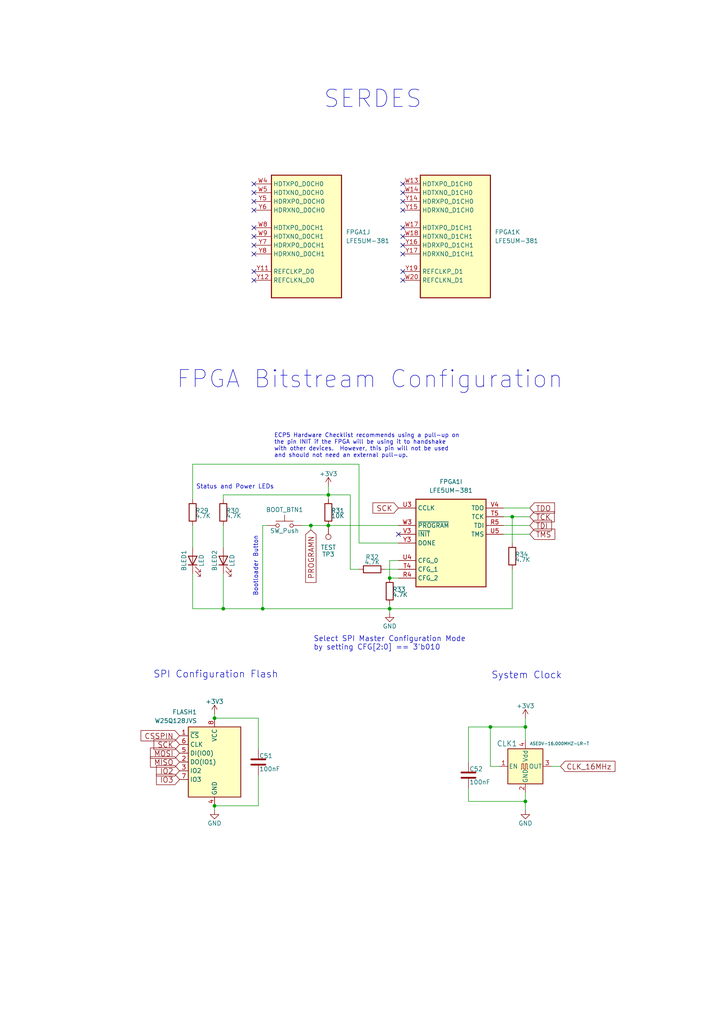
<source format=kicad_sch>
(kicad_sch (version 20231120) (generator "eeschema") (generator_version "8.0")
  (paper "A4" portrait)
  (lib_symbols
    (symbol "Connector:TestPoint" (pin_numbers hide) (pin_names (offset 0.762) hide)
      (property "Reference" "TP" (at 0 6.858 0))
      (property "Value" "TestPoint" (at 0 5.08 0))
      (symbol "TestPoint_0_1"
        (circle (center 0 3.302) (radius 0.762))
      )
      (symbol "TestPoint_1_1"
        (pin passive line (at 0 0 90) (length 2.54) (name "1") (number "1"))
      )
    )
    (symbol "Device:C" (pin_numbers hide) (pin_names (offset 0.254))
      (property "Reference" "C" (at 0.635 2.54 0))
      (property "Value" "C" (at 0.635 -2.54 0))
      (symbol "C_0_1"
        (polyline (pts (xy -2.032 -0.762) (xy 2.032 -0.762)) (stroke (width 0.508)))
        (polyline (pts (xy -2.032 0.762) (xy 2.032 0.762)) (stroke (width 0.508)))
      )
      (symbol "C_1_1"
        (pin passive line (at 0 3.81 270) (length 2.794) (name "~") (number "1"))
        (pin passive line (at 0 -3.81 90) (length 2.794) (name "~") (number "2"))
      )
    )
    (symbol "Device:LED" (pin_numbers hide) (pin_names (offset 1.016) hide)
      (property "Reference" "D" (at 0 2.54 0))
      (property "Value" "LED" (at 0 -2.54 0))
      (symbol "LED_0_1"
        (polyline (pts (xy -1.27 -1.27) (xy -1.27 1.27)) (stroke (width 0.254)))
        (polyline (pts (xy -1.27 0) (xy 1.27 0)))
        (polyline (pts (xy 1.27 -1.27) (xy 1.27 1.27) (xy -1.27 0) (xy 1.27 -1.27)) (stroke (width 0.254)))
        (polyline (pts (xy -3.048 -0.762) (xy -4.572 -2.286) (xy -3.81 -2.286) (xy -4.572 -2.286) (xy -4.572 -1.524)))
        (polyline (pts (xy -1.778 -0.762) (xy -3.302 -2.286) (xy -2.54 -2.286) (xy -3.302 -2.286) (xy -3.302 -1.524)))
      )
      (symbol "LED_1_1"
        (pin passive line (at -3.81 0 0) (length 2.54) (name "K") (number "1"))
        (pin passive line (at 3.81 0 180) (length 2.54) (name "A") (number "2"))
      )
    )
    (symbol "Device:R" (pin_numbers hide) (pin_names (offset 0))
      (property "Reference" "R" (at 2.032 0 90))
      (property "Value" "R" (at 0 0 90))
      (symbol "R_0_1"
        (rectangle (start -1.016 -2.54) (end 1.016 2.54) (stroke (width 0.254)))
      )
      (symbol "R_1_1"
        (pin passive line (at 0 3.81 270) (length 1.27) (name "~") (number "1"))
        (pin passive line (at 0 -3.81 90) (length 1.27) (name "~") (number "2"))
      )
    )
    (symbol "FPGA_Lattice:LFE5UM-85F-6BG381x"
      (property "Reference" "U" (at 24.13 16.51 0))
      (property "Value" "LFE5UM-85F-6BG381x" (at 24.13 13.97 0))
      (symbol "LFE5UM-85F-6BG381x_1_1"
        (rectangle (start -25.4 10.16) (end 25.4 -10.16) (stroke (width 0.3048)) (fill (type background)))
        (pin passive line (at 0 -15.24 90) (length 5.08) hide (name "GND") (number "B14"))
        (pin passive line (at 0 -15.24 90) (length 5.08) hide (name "GND") (number "B7"))
        (pin power_in line (at 0 -15.24 90) (length 5.08) (name "GND") (number "C19"))
        (pin passive line (at 0 -15.24 90) (length 5.08) hide (name "GND") (number "D4"))
        (pin passive line (at 0 -15.24 90) (length 5.08) hide (name "GND") (number "F13"))
        (pin passive line (at 0 -15.24 90) (length 5.08) hide (name "GND") (number "F14"))
        (pin passive line (at 12.7 15.24 270) (length 5.08) hide (name "VCCAUX") (number "F15"))
        (pin passive line (at 12.7 15.24 270) (length 5.08) hide (name "VCCAUX") (number "F6"))
        (pin passive line (at 0 -15.24 90) (length 5.08) hide (name "GND") (number "F7"))
        (pin passive line (at 0 -15.24 90) (length 5.08) hide (name "GND") (number "F8"))
        (pin passive line (at 0 -15.24 90) (length 5.08) hide (name "GND") (number "G10"))
        (pin passive line (at 0 -15.24 90) (length 5.08) hide (name "GND") (number "G11"))
        (pin passive line (at 0 -15.24 90) (length 5.08) hide (name "GND") (number "G12"))
        (pin passive line (at 0 -15.24 90) (length 5.08) hide (name "GND") (number "G13"))
        (pin passive line (at 0 -15.24 90) (length 5.08) hide (name "GND") (number "G14"))
        (pin passive line (at 0 -15.24 90) (length 5.08) hide (name "GND") (number "G15"))
        (pin passive line (at 0 -15.24 90) (length 5.08) hide (name "GND") (number "G17"))
        (pin passive line (at 0 -15.24 90) (length 5.08) hide (name "GND") (number "G4"))
        (pin passive line (at 0 -15.24 90) (length 5.08) hide (name "GND") (number "G6"))
        (pin passive line (at 0 -15.24 90) (length 5.08) hide (name "GND") (number "G7"))
        (pin passive line (at 0 -15.24 90) (length 5.08) hide (name "GND") (number "G8"))
        (pin passive line (at 0 -15.24 90) (length 5.08) hide (name "GND") (number "G9"))
        (pin passive line (at 0 15.24 270) (length 5.08) hide (name "VCC") (number "H10"))
        (pin passive line (at 0 15.24 270) (length 5.08) hide (name "VCC") (number "H11"))
        (pin passive line (at 0 15.24 270) (length 5.08) hide (name "VCC") (number "H12"))
        (pin power_in line (at 0 15.24 270) (length 5.08) (name "VCC") (number "H13"))
        (pin passive line (at 0 -15.24 90) (length 5.08) hide (name "GND") (number "H19"))
        (pin passive line (at 0 15.24 270) (length 5.08) hide (name "VCC") (number "H8"))
        (pin passive line (at 0 15.24 270) (length 5.08) hide (name "VCC") (number "H9"))
        (pin passive line (at 0 -15.24 90) (length 5.08) hide (name "GND") (number "J10"))
        (pin passive line (at 0 -15.24 90) (length 5.08) hide (name "GND") (number "J11"))
        (pin passive line (at 0 -15.24 90) (length 5.08) hide (name "GND") (number "J12"))
        (pin passive line (at 0 15.24 270) (length 5.08) hide (name "VCC") (number "J13"))
        (pin passive line (at 0 -15.24 90) (length 5.08) hide (name "GND") (number "J14"))
        (pin passive line (at 0 -15.24 90) (length 5.08) hide (name "GND") (number "J2"))
        (pin passive line (at 0 -15.24 90) (length 5.08) hide (name "GND") (number "J7"))
        (pin passive line (at 0 15.24 270) (length 5.08) hide (name "VCC") (number "J8"))
        (pin passive line (at 0 -15.24 90) (length 5.08) hide (name "GND") (number "J9"))
        (pin passive line (at 0 -15.24 90) (length 5.08) hide (name "GND") (number "K10"))
        (pin passive line (at 0 -15.24 90) (length 5.08) hide (name "GND") (number "K11"))
        (pin passive line (at 0 -15.24 90) (length 5.08) hide (name "GND") (number "K12"))
        (pin passive line (at 0 15.24 270) (length 5.08) hide (name "VCC") (number "K13"))
        (pin passive line (at 0 -15.24 90) (length 5.08) hide (name "GND") (number "K14"))
        (pin passive line (at 0 -15.24 90) (length 5.08) hide (name "GND") (number "K15"))
        (pin passive line (at 0 -15.24 90) (length 5.08) hide (name "GND") (number "K6"))
        (pin passive line (at 0 -15.24 90) (length 5.08) hide (name "GND") (number "K7"))
        (pin passive line (at 0 15.24 270) (length 5.08) hide (name "VCC") (number "K8"))
        (pin passive line (at 0 -15.24 90) (length 5.08) hide (name "GND") (number "K9"))
        (pin passive line (at 0 -15.24 90) (length 5.08) hide (name "GND") (number "L10"))
        (pin passive line (at 0 -15.24 90) (length 5.08) hide (name "GND") (number "L11"))
        (pin passive line (at 0 -15.24 90) (length 5.08) hide (name "GND") (number "L12"))
        (pin passive line (at 0 15.24 270) (length 5.08) hide (name "VCC") (number "L13"))
        (pin passive line (at 0 15.24 270) (length 5.08) hide (name "VCC") (number "L8"))
        (pin passive line (at 0 -15.24 90) (length 5.08) hide (name "GND") (number "L9"))
        (pin passive line (at 0 -15.24 90) (length 5.08) hide (name "GND") (number "M10"))
        (pin passive line (at 0 -15.24 90) (length 5.08) hide (name "GND") (number "M11"))
        (pin passive line (at 0 -15.24 90) (length 5.08) hide (name "GND") (number "M12"))
        (pin passive line (at 0 15.24 270) (length 5.08) hide (name "VCC") (number "M13"))
        (pin passive line (at 0 -15.24 90) (length 5.08) hide (name "GND") (number "M14"))
        (pin passive line (at 0 -15.24 90) (length 5.08) hide (name "GND") (number "M16"))
        (pin passive line (at 0 -15.24 90) (length 5.08) hide (name "GND") (number "M2"))
        (pin passive line (at 0 -15.24 90) (length 5.08) hide (name "GND") (number "M7"))
        (pin passive line (at 0 15.24 270) (length 5.08) hide (name "VCC") (number "M8"))
        (pin passive line (at 0 -15.24 90) (length 5.08) hide (name "GND") (number "M9"))
        (pin passive line (at 0 15.24 270) (length 5.08) hide (name "VCC") (number "N10"))
        (pin passive line (at 0 15.24 270) (length 5.08) hide (name "VCC") (number "N11"))
        (pin passive line (at 0 15.24 270) (length 5.08) hide (name "VCC") (number "N12"))
        (pin passive line (at 0 15.24 270) (length 5.08) hide (name "VCC") (number "N13"))
        (pin passive line (at 0 -15.24 90) (length 5.08) hide (name "GND") (number "N14"))
        (pin passive line (at 0 -15.24 90) (length 5.08) hide (name "GND") (number "N15"))
        (pin passive line (at 0 -15.24 90) (length 5.08) hide (name "GND") (number "N6"))
        (pin passive line (at 0 -15.24 90) (length 5.08) hide (name "GND") (number "N7"))
        (pin passive line (at 0 15.24 270) (length 5.08) hide (name "VCC") (number "N8"))
        (pin passive line (at 0 15.24 270) (length 5.08) hide (name "VCC") (number "N9"))
        (pin passive line (at 0 -15.24 90) (length 5.08) hide (name "GND") (number "P11"))
        (pin passive line (at 0 -15.24 90) (length 5.08) hide (name "GND") (number "P12"))
        (pin passive line (at 0 -15.24 90) (length 5.08) hide (name "GND") (number "P13"))
        (pin passive line (at 0 -15.24 90) (length 5.08) hide (name "GND") (number "P14"))
        (pin power_in line (at 12.7 15.24 270) (length 5.08) (name "VCCAUX") (number "P15"))
        (pin passive line (at 12.7 15.24 270) (length 5.08) hide (name "VCCAUX") (number "P6"))
        (pin passive line (at 0 -15.24 90) (length 5.08) hide (name "GND") (number "P7"))
        (pin passive line (at 0 -15.24 90) (length 5.08) hide (name "GND") (number "P8"))
        (pin passive line (at 0 -15.24 90) (length 5.08) hide (name "GND") (number "R19"))
        (pin power_in line (at -15.24 15.24 270) (length 5.08) (name "VCCHTX1_D0CH1") (number "T10"))
        (pin power_in line (at -12.7 15.24 270) (length 5.08) (name "VCCHTX0_D1CH0") (number "T11"))
        (pin power_in line (at -10.16 15.24 270) (length 5.08) (name "VCCHRX0_D1CH0") (number "T12"))
        (pin power_in line (at -7.62 15.24 270) (length 5.08) (name "VCCHRX1_D1CH1") (number "T13"))
        (pin power_in line (at -5.08 15.24 270) (length 5.08) (name "VCCHTX1_D1CH1") (number "T14"))
        (pin power_in line (at 20.32 15.24 270) (length 5.08) (name "VCCA1") (number "T15"))
        (pin power_in line (at 17.78 15.24 270) (length 5.08) (name "VCCA0") (number "T6"))
        (pin power_in line (at -22.86 15.24 270) (length 5.08) (name "VCCHTX0_D0CH0") (number "T7"))
        (pin power_in line (at -20.32 15.24 270) (length 5.08) (name "VCCHRX0_D0CH0") (number "T8"))
        (pin power_in line (at -17.78 15.24 270) (length 5.08) (name "VCCHRX1_D0CH1") (number "T9"))
        (pin passive line (at 0 -15.24 90) (length 5.08) hide (name "GND") (number "U10"))
        (pin passive line (at 0 -15.24 90) (length 5.08) hide (name "GND") (number "U11"))
        (pin passive line (at 0 -15.24 90) (length 5.08) hide (name "GND") (number "U12"))
        (pin passive line (at 0 -15.24 90) (length 5.08) hide (name "GND") (number "U13"))
        (pin passive line (at 0 -15.24 90) (length 5.08) hide (name "GND") (number "U14"))
        (pin passive line (at 20.32 15.24 270) (length 5.08) hide (name "VCCA1") (number "U15"))
        (pin passive line (at 17.78 15.24 270) (length 5.08) hide (name "VCCA0") (number "U6"))
        (pin passive line (at 0 -15.24 90) (length 5.08) hide (name "GND") (number "U7"))
        (pin passive line (at 0 -15.24 90) (length 5.08) hide (name "GND") (number "U8"))
        (pin passive line (at 0 -15.24 90) (length 5.08) hide (name "GND") (number "U9"))
        (pin passive line (at 5.08 15.24 270) (length 5.08) hide (name "VCCAUXA0") (number "V10"))
        (pin power_in line (at 5.08 15.24 270) (length 5.08) (name "VCCAUXA0") (number "V11"))
        (pin passive line (at 0 -15.24 90) (length 5.08) hide (name "GND") (number "V12"))
        (pin passive line (at 0 -15.24 90) (length 5.08) hide (name "GND") (number "V13"))
        (pin passive line (at 0 -15.24 90) (length 5.08) hide (name "GND") (number "V14"))
        (pin passive line (at 0 -15.24 90) (length 5.08) hide (name "GND") (number "V15"))
        (pin passive line (at 0 -15.24 90) (length 5.08) hide (name "GND") (number "V16"))
        (pin passive line (at 7.62 15.24 270) (length 5.08) hide (name "VCCAUXA1") (number "V17"))
        (pin power_in line (at 7.62 15.24 270) (length 5.08) (name "VCCAUXA1") (number "V18"))
        (pin passive line (at 0 -15.24 90) (length 5.08) hide (name "GND") (number "V19"))
        (pin passive line (at 0 -15.24 90) (length 5.08) hide (name "GND") (number "V20"))
        (pin passive line (at 0 -15.24 90) (length 5.08) hide (name "GND") (number "V5"))
        (pin passive line (at 0 -15.24 90) (length 5.08) hide (name "GND") (number "V6"))
        (pin passive line (at 0 -15.24 90) (length 5.08) hide (name "GND") (number "V7"))
        (pin passive line (at 0 -15.24 90) (length 5.08) hide (name "GND") (number "V8"))
        (pin passive line (at 0 -15.24 90) (length 5.08) hide (name "GND") (number "V9"))
        (pin passive line (at 0 -15.24 90) (length 5.08) hide (name "GND") (number "W12"))
        (pin passive line (at 0 -15.24 90) (length 5.08) hide (name "GND") (number "W15"))
        (pin passive line (at 0 -15.24 90) (length 5.08) hide (name "GND") (number "W16"))
        (pin passive line (at 0 -15.24 90) (length 5.08) hide (name "GND") (number "W19"))
        (pin passive line (at 0 -15.24 90) (length 5.08) hide (name "GND") (number "W6"))
        (pin passive line (at 0 -15.24 90) (length 5.08) hide (name "GND") (number "W7"))
      )
      (symbol "LFE5UM-85F-6BG381x_2_1"
        (rectangle (start -5.08 40.64) (end 5.08 -40.64) (stroke (width 0.3048)) (fill (type background)))
        (pin bidirectional line (at -10.16 -27.94 0) (length 5.08) (name "PT63A") (number "A10"))
        (pin bidirectional line (at -10.16 -30.48 0) (length 5.08) (name "PT63B") (number "A11"))
        (pin bidirectional line (at -10.16 30.48 0) (length 5.08) (name "PT4A") (number "A6"))
        (pin bidirectional line (at -10.16 0 0) (length 5.08) (name "PT18A") (number "A7"))
        (pin bidirectional line (at -10.16 -2.54 0) (length 5.08) (name "PT18B") (number "A8"))
        (pin bidirectional line (at -10.16 -22.86 0) (length 5.08) (name "PT60A") (number "A9"))
        (pin bidirectional line (at -10.16 -25.4 0) (length 5.08) (name "PT60B") (number "B10"))
        (pin bidirectional line (at -10.16 -33.02 0) (length 5.08) (name "PT65A") (number "B11"))
        (pin bidirectional line (at -10.16 27.94 0) (length 5.08) (name "PT4B") (number "B6"))
        (pin bidirectional line (at -10.16 2.54 0) (length 5.08) (name "PT15B") (number "B8"))
        (pin bidirectional line (at -10.16 -17.78 0) (length 5.08) (name "PT58A") (number "B9"))
        (pin bidirectional line (at -10.16 -20.32 0) (length 5.08) (name "PT58B") (number "C10"))
        (pin bidirectional line (at -10.16 -35.56 0) (length 5.08) (name "PT65B") (number "C11"))
        (pin bidirectional line (at -10.16 15.24 0) (length 5.08) (name "PT11A") (number "C6"))
        (pin bidirectional line (at -10.16 12.7 0) (length 5.08) (name "PT11B") (number "C7"))
        (pin bidirectional line (at -10.16 5.08 0) (length 5.08) (name "PT15A") (number "C8"))
        (pin bidirectional line (at -10.16 -10.16 0) (length 5.08) (name "PT54A") (number "C9"))
        (pin bidirectional line (at -10.16 -12.7 0) (length 5.08) (name "PT56A") (number "D10"))
        (pin bidirectional line (at -10.16 22.86 0) (length 5.08) (name "PT6B") (number "D6"))
        (pin bidirectional line (at -10.16 17.78 0) (length 5.08) (name "PT9B") (number "D7"))
        (pin bidirectional line (at -10.16 7.62 0) (length 5.08) (name "PT13B") (number "D8"))
        (pin bidirectional line (at -10.16 -5.08 0) (length 5.08) (name "PT20A") (number "D9"))
        (pin bidirectional line (at -10.16 -15.24 0) (length 5.08) (name "PT56B") (number "E10"))
        (pin bidirectional line (at -10.16 25.4 0) (length 5.08) (name "PT6A") (number "E6"))
        (pin bidirectional line (at -10.16 20.32 0) (length 5.08) (name "PT9A") (number "E7"))
        (pin bidirectional line (at -10.16 10.16 0) (length 5.08) (name "PT13A") (number "E8"))
        (pin bidirectional line (at -10.16 -7.62 0) (length 5.08) (name "PT20B") (number "E9"))
        (pin power_in line (at 0 45.72 270) (length 5.08) (name "VCCIO0") (number "F10"))
        (pin passive line (at 0 45.72 270) (length 5.08) hide (name "VCCIO0") (number "F9"))
      )
      (symbol "LFE5UM-85F-6BG381x_3_1"
        (rectangle (start -5.08 48.26) (end 5.08 -48.26) (stroke (width 0.3048)) (fill (type background)))
        (pin bidirectional line (at -10.16 22.86 0) (length 5.08) (name "PT76A") (number "A12"))
        (pin bidirectional line (at -10.16 20.32 0) (length 5.08) (name "PT76B") (number "A13"))
        (pin bidirectional line (at -10.16 7.62 0) (length 5.08) (name "PT83A") (number "A14"))
        (pin bidirectional line (at -10.16 -2.54 0) (length 5.08) (name "PT103A") (number "A15"))
        (pin bidirectional line (at -10.16 -15.24 0) (length 5.08) (name "PT110A") (number "A16"))
        (pin bidirectional line (at -10.16 -30.48 0) (length 5.08) (name "PT116A") (number "A17"))
        (pin bidirectional line (at -10.16 -35.56 0) (length 5.08) (name "PT119A") (number "A18"))
        (pin bidirectional line (at -10.16 -40.64 0) (length 5.08) (name "PT121A") (number "A19"))
        (pin bidirectional line (at -10.16 33.02 0) (length 5.08) (name "PT71A") (number "B12"))
        (pin bidirectional line (at -10.16 17.78 0) (length 5.08) (name "PT78A") (number "B13"))
        (pin bidirectional line (at -10.16 -5.08 0) (length 5.08) (name "PT105A") (number "B15"))
        (pin bidirectional line (at -10.16 -17.78 0) (length 5.08) (name "PT110B") (number "B16"))
        (pin bidirectional line (at -10.16 -25.4 0) (length 5.08) (name "PT114A") (number "B17"))
        (pin bidirectional line (at -10.16 -33.02 0) (length 5.08) (name "PT116B") (number "B18"))
        (pin bidirectional line (at -10.16 -38.1 0) (length 5.08) (name "PT119B") (number "B19"))
        (pin bidirectional line (at -10.16 -43.18 0) (length 5.08) (name "PT121B") (number "B20"))
        (pin bidirectional line (at -10.16 30.48 0) (length 5.08) (name "PT71B") (number "C12"))
        (pin bidirectional line (at -10.16 15.24 0) (length 5.08) (name "PT78B") (number "C13"))
        (pin bidirectional line (at -10.16 5.08 0) (length 5.08) (name "PT83B") (number "C14"))
        (pin bidirectional line (at -10.16 -7.62 0) (length 5.08) (name "PT105B") (number "C15"))
        (pin bidirectional line (at -10.16 -20.32 0) (length 5.08) (name "PT112A") (number "C16"))
        (pin bidirectional line (at -10.16 -27.94 0) (length 5.08) (name "PT114B") (number "C17"))
        (pin bidirectional line (at -10.16 38.1 0) (length 5.08) (name "PT69A") (number "D11"))
        (pin bidirectional line (at -10.16 27.94 0) (length 5.08) (name "PT74A") (number "D12"))
        (pin bidirectional line (at -10.16 12.7 0) (length 5.08) (name "PT80A") (number "D13"))
        (pin bidirectional line (at -10.16 2.54 0) (length 5.08) (name "PT85A") (number "D14"))
        (pin bidirectional line (at -10.16 -10.16 0) (length 5.08) (name "PT107A") (number "D15"))
        (pin bidirectional line (at -10.16 -22.86 0) (length 5.08) (name "PT112B") (number "D16"))
        (pin bidirectional line (at -10.16 35.56 0) (length 5.08) (name "PT69B") (number "E11"))
        (pin bidirectional line (at -10.16 25.4 0) (length 5.08) (name "PT74B") (number "E12"))
        (pin bidirectional line (at -10.16 10.16 0) (length 5.08) (name "PT80B") (number "E13"))
        (pin bidirectional line (at -10.16 0 0) (length 5.08) (name "PT85B") (number "E14"))
        (pin bidirectional line (at -10.16 -12.7 0) (length 5.08) (name "PT107B") (number "E15"))
        (pin passive line (at 0 53.34 270) (length 5.08) hide (name "VCCIO1") (number "F11"))
        (pin power_in line (at 0 53.34 270) (length 5.08) (name "VCCIO1") (number "F12"))
      )
      (symbol "LFE5UM-85F-6BG381x_4_1"
        (rectangle (start -5.08 48.26) (end 5.08 -48.26) (stroke (width 0.3048)) (fill (type background)))
        (pin bidirectional line (at -10.16 38.1 0) (length 5.08) (name "PR11A") (number "C18"))
        (pin bidirectional line (at -10.16 -7.62 0) (length 5.08) (name "PR35A") (number "C20"))
        (pin bidirectional line (at -10.16 35.56 0) (length 5.08) (name "PR11B") (number "D17"))
        (pin bidirectional line (at -10.16 27.94 0) (length 5.08) (name "PR14A") (number "D18"))
        (pin bidirectional line (at -10.16 -10.16 0) (length 5.08) (name "PR35B") (number "D19"))
        (pin bidirectional line (at -10.16 -12.7 0) (length 5.08) (name "PR35C") (number "D20"))
        (pin bidirectional line (at -10.16 33.02 0) (length 5.08) (name "PR11C") (number "E16"))
        (pin bidirectional line (at -10.16 25.4 0) (length 5.08) (name "PR14B") (number "E17"))
        (pin bidirectional line (at -10.16 22.86 0) (length 5.08) (name "PR14C") (number "E18"))
        (pin bidirectional line (at -10.16 -15.24 0) (length 5.08) (name "PR35D") (number "E19"))
        (pin bidirectional line (at -10.16 -17.78 0) (length 5.08) (name "PR38A") (number "E20"))
        (pin bidirectional line (at -10.16 30.48 0) (length 5.08) (name "PR11D") (number "F16"))
        (pin bidirectional line (at -10.16 17.78 0) (length 5.08) (name "PR17A") (number "F17"))
        (pin bidirectional line (at -10.16 20.32 0) (length 5.08) (name "PR14D") (number "F18"))
        (pin bidirectional line (at -10.16 -20.32 0) (length 5.08) (name "PR38B") (number "F19"))
        (pin bidirectional line (at -10.16 -22.86 0) (length 5.08) (name "PR38C") (number "F20"))
        (pin bidirectional line (at -10.16 12.7 0) (length 5.08) (name "PR17C") (number "G16"))
        (pin bidirectional line (at -10.16 15.24 0) (length 5.08) (name "PR17B") (number "G18"))
        (pin bidirectional line (at -10.16 -27.94 0) (length 5.08) (name "PR41A") (number "G19"))
        (pin bidirectional line (at -10.16 -25.4 0) (length 5.08) (name "PR38D") (number "G20"))
        (pin passive line (at 0 53.34 270) (length 5.08) hide (name "VCCIO2") (number "H14"))
        (pin power_in line (at 0 53.34 270) (length 5.08) (name "VCCIO2") (number "H15"))
        (pin bidirectional line (at -10.16 10.16 0) (length 5.08) (name "PR17D") (number "H16"))
        (pin bidirectional line (at -10.16 5.08 0) (length 5.08) (name "PR20B") (number "H17"))
        (pin bidirectional line (at -10.16 7.62 0) (length 5.08) (name "PR20A") (number "H18"))
        (pin bidirectional line (at -10.16 -30.48 0) (length 5.08) (name "PR41B") (number "H20"))
        (pin passive line (at 0 53.34 270) (length 5.08) hide (name "VCCIO2") (number "J15"))
        (pin bidirectional line (at -10.16 0 0) (length 5.08) (name "PR20D") (number "J16"))
        (pin bidirectional line (at -10.16 2.54 0) (length 5.08) (name "PR20C") (number "J17"))
        (pin bidirectional line (at -10.16 -33.02 0) (length 5.08) (name "PR41C") (number "J18"))
        (pin bidirectional line (at -10.16 -38.1 0) (length 5.08) (name "PR44A") (number "J19"))
        (pin bidirectional line (at -10.16 -43.18 0) (length 5.08) (name "PR44C") (number "J20"))
        (pin bidirectional line (at -10.16 -2.54 0) (length 5.08) (name "PR29A") (number "K16"))
        (pin bidirectional line (at -10.16 -5.08 0) (length 5.08) (name "PR29B") (number "K17"))
        (pin bidirectional line (at -10.16 -35.56 0) (length 5.08) (name "PR41D") (number "K18"))
        (pin bidirectional line (at -10.16 -40.64 0) (length 5.08) (name "PR44B") (number "K19"))
        (pin bidirectional line (at -10.16 -45.72 0) (length 5.08) (name "PR44D") (number "K20"))
      )
      (symbol "LFE5UM-85F-6BG381x_5_1"
        (rectangle (start -5.08 48.26) (end 5.08 -48.26) (stroke (width 0.3048)) (fill (type background)))
        (pin passive line (at 0 53.34 270) (length 5.08) hide (name "VCCIO3") (number "L14"))
        (pin power_in line (at 0 53.34 270) (length 5.08) (name "VCCIO3") (number "L15"))
        (pin bidirectional line (at -10.16 27.94 0) (length 5.08) (name "PR50A") (number "L16"))
        (pin bidirectional line (at -10.16 25.4 0) (length 5.08) (name "PR50B") (number "L17"))
        (pin bidirectional line (at -10.16 22.86 0) (length 5.08) (name "PR50C") (number "L18"))
        (pin bidirectional line (at -10.16 33.02 0) (length 5.08) (name "PR47C") (number "L19"))
        (pin bidirectional line (at -10.16 38.1 0) (length 5.08) (name "PR47A") (number "L20"))
        (pin passive line (at 0 53.34 270) (length 5.08) hide (name "VCCIO3") (number "M15"))
        (pin bidirectional line (at -10.16 15.24 0) (length 5.08) (name "PR53B") (number "M17"))
        (pin bidirectional line (at -10.16 20.32 0) (length 5.08) (name "PR50D") (number "M18"))
        (pin bidirectional line (at -10.16 30.48 0) (length 5.08) (name "PR47D") (number "M19"))
        (pin bidirectional line (at -10.16 35.56 0) (length 5.08) (name "PR47B") (number "M20"))
        (pin bidirectional line (at -10.16 17.78 0) (length 5.08) (name "PR53A") (number "N16"))
        (pin bidirectional line (at -10.16 7.62 0) (length 5.08) (name "PR56A") (number "N17"))
        (pin bidirectional line (at -10.16 12.7 0) (length 5.08) (name "PR53C") (number "N18"))
        (pin bidirectional line (at -10.16 -5.08 0) (length 5.08) (name "PR83A") (number "N19"))
        (pin bidirectional line (at -10.16 -7.62 0) (length 5.08) (name "PR83B") (number "N20"))
        (pin bidirectional line (at -10.16 5.08 0) (length 5.08) (name "PR56B") (number "P16"))
        (pin bidirectional line (at -10.16 10.16 0) (length 5.08) (name "PR53D") (number "P17"))
        (pin bidirectional line (at -10.16 -12.7 0) (length 5.08) (name "PR83D") (number "P18"))
        (pin bidirectional line (at -10.16 -10.16 0) (length 5.08) (name "PR83C") (number "P19"))
        (pin bidirectional line (at -10.16 -15.24 0) (length 5.08) (name "PR86A") (number "P20"))
        (pin bidirectional line (at -10.16 2.54 0) (length 5.08) (name "PR56C") (number "R16"))
        (pin bidirectional line (at -10.16 0 0) (length 5.08) (name "PR56D") (number "R17"))
        (pin bidirectional line (at -10.16 -27.94 0) (length 5.08) (name "PR89B") (number "R18"))
        (pin bidirectional line (at -10.16 -17.78 0) (length 5.08) (name "PR86B") (number "R20"))
        (pin bidirectional line (at -10.16 -2.54 0) (length 5.08) (name "PR77A") (number "T16"))
        (pin bidirectional line (at -10.16 -43.18 0) (length 5.08) (name "PR92D") (number "T17"))
        (pin bidirectional line (at -10.16 -33.02 0) (length 5.08) (name "PR89D") (number "T18"))
        (pin bidirectional line (at -10.16 -25.4 0) (length 5.08) (name "PR89A") (number "T19"))
        (pin bidirectional line (at -10.16 -20.32 0) (length 5.08) (name "PR86C") (number "T20"))
        (pin bidirectional line (at -10.16 -40.64 0) (length 5.08) (name "PR92C") (number "U16"))
        (pin bidirectional line (at -10.16 -38.1 0) (length 5.08) (name "PR92B") (number "U17"))
        (pin bidirectional line (at -10.16 -35.56 0) (length 5.08) (name "PR92A") (number "U18"))
        (pin bidirectional line (at -10.16 -30.48 0) (length 5.08) (name "PR89C") (number "U19"))
        (pin bidirectional line (at -10.16 -22.86 0) (length 5.08) (name "PR86D") (number "U20"))
      )
      (symbol "LFE5UM-85F-6BG381x_6_1"
        (rectangle (start -5.08 48.26) (end 5.08 -48.26) (stroke (width 0.3048)) (fill (type background)))
        (pin bidirectional line (at -10.16 35.56 0) (length 5.08) (name "PL47B") (number "F1"))
        (pin bidirectional line (at -10.16 30.48 0) (length 5.08) (name "PL47D") (number "G1"))
        (pin bidirectional line (at -10.16 38.1 0) (length 5.08) (name "PL47A") (number "G2"))
        (pin bidirectional line (at -10.16 12.7 0) (length 5.08) (name "PL53C") (number "H1"))
        (pin bidirectional line (at -10.16 33.02 0) (length 5.08) (name "PL47C") (number "H2"))
        (pin bidirectional line (at -10.16 15.24 0) (length 5.08) (name "PL53B") (number "J1"))
        (pin bidirectional line (at -10.16 22.86 0) (length 5.08) (name "PL50C") (number "J3"))
        (pin bidirectional line (at -10.16 27.94 0) (length 5.08) (name "PL50A") (number "J4"))
        (pin bidirectional line (at -10.16 25.4 0) (length 5.08) (name "PL50B") (number "J5"))
        (pin bidirectional line (at -10.16 10.16 0) (length 5.08) (name "PL53D") (number "K1"))
        (pin bidirectional line (at -10.16 17.78 0) (length 5.08) (name "PL53A") (number "K2"))
        (pin bidirectional line (at -10.16 20.32 0) (length 5.08) (name "PL50D") (number "K3"))
        (pin bidirectional line (at -10.16 7.62 0) (length 5.08) (name "PL56A") (number "K4"))
        (pin bidirectional line (at -10.16 5.08 0) (length 5.08) (name "PL56B") (number "K5"))
        (pin bidirectional line (at -10.16 -30.48 0) (length 5.08) (name "PL89C") (number "L1"))
        (pin bidirectional line (at -10.16 -22.86 0) (length 5.08) (name "PL86D") (number "L2"))
        (pin bidirectional line (at -10.16 -20.32 0) (length 5.08) (name "PL86C") (number "L3"))
        (pin bidirectional line (at -10.16 2.54 0) (length 5.08) (name "PL56C") (number "L4"))
        (pin bidirectional line (at -10.16 0 0) (length 5.08) (name "PL56D") (number "L5"))
        (pin passive line (at 0 53.34 270) (length 5.08) hide (name "VCCIO6") (number "L6"))
        (pin power_in line (at 0 53.34 270) (length 5.08) (name "VCCIO6") (number "L7"))
        (pin bidirectional line (at -10.16 -27.94 0) (length 5.08) (name "PL89B") (number "M1"))
        (pin bidirectional line (at -10.16 -17.78 0) (length 5.08) (name "PL86B") (number "M3"))
        (pin bidirectional line (at -10.16 -5.08 0) (length 5.08) (name "PL83A") (number "M4"))
        (pin bidirectional line (at -10.16 -2.54 0) (length 5.08) (name "PL77A") (number "M5"))
        (pin passive line (at 0 53.34 270) (length 5.08) hide (name "VCCIO6") (number "M6"))
        (pin bidirectional line (at -10.16 -33.02 0) (length 5.08) (name "PL89D") (number "N1"))
        (pin bidirectional line (at -10.16 -25.4 0) (length 5.08) (name "PL89A") (number "N2"))
        (pin bidirectional line (at -10.16 -15.24 0) (length 5.08) (name "PL86A") (number "N3"))
        (pin bidirectional line (at -10.16 -10.16 0) (length 5.08) (name "PL83C") (number "N4"))
        (pin bidirectional line (at -10.16 -7.62 0) (length 5.08) (name "PL83B") (number "N5"))
        (pin bidirectional line (at -10.16 -35.56 0) (length 5.08) (name "PL92A") (number "P1"))
        (pin bidirectional line (at -10.16 -38.1 0) (length 5.08) (name "PL92B") (number "P2"))
        (pin bidirectional line (at -10.16 -40.64 0) (length 5.08) (name "PL92C") (number "P3"))
        (pin bidirectional line (at -10.16 -43.18 0) (length 5.08) (name "PL92D") (number "P4"))
        (pin bidirectional line (at -10.16 -12.7 0) (length 5.08) (name "PL83D") (number "P5"))
      )
      (symbol "LFE5UM-85F-6BG381x_7_1"
        (rectangle (start -5.08 45.72) (end 5.08 -45.72) (stroke (width 0.3048)) (fill (type background)))
        (pin bidirectional line (at -10.16 -5.08 0) (length 5.08) (name "PL35A") (number "A2"))
        (pin bidirectional line (at -10.16 20.32 0) (length 5.08) (name "PL14C") (number "A3"))
        (pin bidirectional line (at -10.16 35.56 0) (length 5.08) (name "PL11A") (number "A4"))
        (pin bidirectional line (at -10.16 33.02 0) (length 5.08) (name "PL11B") (number "A5"))
        (pin bidirectional line (at -10.16 -7.62 0) (length 5.08) (name "PL35B") (number "B1"))
        (pin bidirectional line (at -10.16 -10.16 0) (length 5.08) (name "PL35C") (number "B2"))
        (pin bidirectional line (at -10.16 17.78 0) (length 5.08) (name "PL14D") (number "B3"))
        (pin bidirectional line (at -10.16 22.86 0) (length 5.08) (name "PL14B") (number "B4"))
        (pin bidirectional line (at -10.16 30.48 0) (length 5.08) (name "PL11C") (number "B5"))
        (pin bidirectional line (at -10.16 -15.24 0) (length 5.08) (name "PL38A") (number "C1"))
        (pin bidirectional line (at -10.16 -12.7 0) (length 5.08) (name "PL35D") (number "C2"))
        (pin bidirectional line (at -10.16 10.16 0) (length 5.08) (name "PL17C") (number "C3"))
        (pin bidirectional line (at -10.16 25.4 0) (length 5.08) (name "PL14A") (number "C4"))
        (pin bidirectional line (at -10.16 27.94 0) (length 5.08) (name "PL11D") (number "C5"))
        (pin bidirectional line (at -10.16 -17.78 0) (length 5.08) (name "PL38B") (number "D1"))
        (pin bidirectional line (at -10.16 -20.32 0) (length 5.08) (name "PL38C") (number "D2"))
        (pin bidirectional line (at -10.16 7.62 0) (length 5.08) (name "PL17D") (number "D3"))
        (pin bidirectional line (at -10.16 12.7 0) (length 5.08) (name "PL17B") (number "D5"))
        (pin bidirectional line (at -10.16 -22.86 0) (length 5.08) (name "PL38D") (number "E1"))
        (pin bidirectional line (at -10.16 -43.18 0) (length 5.08) (name "PL44D") (number "E2"))
        (pin bidirectional line (at -10.16 2.54 0) (length 5.08) (name "PL20B") (number "E3"))
        (pin bidirectional line (at -10.16 15.24 0) (length 5.08) (name "PL17A") (number "E4"))
        (pin bidirectional line (at -10.16 0 0) (length 5.08) (name "PL20C") (number "E5"))
        (pin bidirectional line (at -10.16 -40.64 0) (length 5.08) (name "PL44C") (number "F2"))
        (pin bidirectional line (at -10.16 -38.1 0) (length 5.08) (name "PL44B") (number "F3"))
        (pin bidirectional line (at -10.16 5.08 0) (length 5.08) (name "PL20A") (number "F4"))
        (pin bidirectional line (at -10.16 -2.54 0) (length 5.08) (name "PL20D") (number "F5"))
        (pin bidirectional line (at -10.16 -35.56 0) (length 5.08) (name "PL44A") (number "G3"))
        (pin bidirectional line (at -10.16 -27.94 0) (length 5.08) (name "PL41B") (number "G5"))
        (pin bidirectional line (at -10.16 -33.02 0) (length 5.08) (name "PL41D") (number "H3"))
        (pin bidirectional line (at -10.16 -25.4 0) (length 5.08) (name "PL41A") (number "H4"))
        (pin bidirectional line (at -10.16 -30.48 0) (length 5.08) (name "PL41C") (number "H5"))
        (pin passive line (at 0 50.8 270) (length 5.08) hide (name "VCCIO7") (number "H6"))
        (pin power_in line (at 0 50.8 270) (length 5.08) (name "VCCIO7") (number "H7"))
        (pin passive line (at 0 50.8 270) (length 5.08) hide (name "VCCIO7") (number "J6"))
      )
      (symbol "LFE5UM-85F-6BG381x_8_1"
        (rectangle (start -5.08 22.86) (end 5.08 -22.86) (stroke (width 0.3048)) (fill (type background)))
        (pin power_in line (at 0 27.94 270) (length 5.08) (name "VCCIO8") (number "P10"))
        (pin passive line (at 0 27.94 270) (length 5.08) hide (name "VCCIO8") (number "P9"))
        (pin bidirectional line (at -10.16 12.7 0) (length 5.08) (name "PB4A") (number "R1"))
        (pin bidirectional line (at -10.16 -12.7 0) (length 5.08) (name "PB15A") (number "R2"))
        (pin bidirectional line (at -10.16 -15.24 0) (length 5.08) (name "PB15B") (number "R3"))
        (pin bidirectional line (at -10.16 10.16 0) (length 5.08) (name "PB4B") (number "T1"))
        (pin bidirectional line (at -10.16 -7.62 0) (length 5.08) (name "PB13A") (number "T2"))
        (pin bidirectional line (at -10.16 -17.78 0) (length 5.08) (name "PB18A") (number "T3"))
        (pin bidirectional line (at -10.16 7.62 0) (length 5.08) (name "PB6A") (number "U1"))
        (pin bidirectional line (at -10.16 -10.16 0) (length 5.08) (name "PB13B") (number "U2"))
        (pin bidirectional line (at -10.16 5.08 0) (length 5.08) (name "PB6B") (number "V1"))
        (pin bidirectional line (at -10.16 -2.54 0) (length 5.08) (name "PB11A") (number "V2"))
        (pin bidirectional line (at -10.16 2.54 0) (length 5.08) (name "PB9A") (number "W1"))
        (pin bidirectional line (at -10.16 -5.08 0) (length 5.08) (name "PB11B") (number "W2"))
        (pin bidirectional line (at -10.16 0 0) (length 5.08) (name "PB9B") (number "Y2"))
      )
      (symbol "LFE5UM-85F-6BG381x_9_1"
        (rectangle (start -10.16 12.7) (end 10.16 -12.7) (stroke (width 0.3048)) (fill (type background)))
        (pin input line (at -15.24 -10.16 0) (length 5.08) (name "CFG_2") (number "R4"))
        (pin input line (at 15.24 5.08 180) (length 5.08) (name "TDI") (number "R5"))
        (pin input line (at -15.24 -7.62 0) (length 5.08) (name "CFG_1") (number "T4"))
        (pin input line (at 15.24 7.62 180) (length 5.08) (name "TCK") (number "T5"))
        (pin bidirectional line (at -15.24 10.16 0) (length 5.08) (name "CCLK") (number "U3"))
        (pin input line (at -15.24 -5.08 0) (length 5.08) (name "CFG_0") (number "U4"))
        (pin input line (at 15.24 2.54 180) (length 5.08) (name "TMS") (number "U5"))
        (pin open_collector line (at -15.24 2.54 0) (length 5.08) (name "~{INIT}") (number "V3"))
        (pin output line (at 15.24 10.16 180) (length 5.08) (name "TDO") (number "V4"))
        (pin no_connect line (at 10.16 -2.54 180) (length 5.08) hide (name "RESERVED") (number "W10"))
        (pin no_connect line (at 10.16 -5.08 180) (length 5.08) hide (name "RESERVED") (number "W11"))
        (pin input line (at -15.24 5.08 0) (length 5.08) (name "~{PROGRAM}") (number "W3"))
        (pin open_collector line (at -15.24 0 0) (length 5.08) (name "DONE") (number "Y3"))
      )
      (symbol "LFE5UM-85F-6BG381x_10_1"
        (rectangle (start -10.16 17.78) (end 10.16 -17.78) (stroke (width 0.3048)) (fill (type background)))
        (pin output line (at -15.24 15.24 0) (length 5.08) (name "HDTXP0_D0CH0") (number "W4"))
        (pin output line (at -15.24 12.7 0) (length 5.08) (name "HDTXN0_D0CH0") (number "W5"))
        (pin output line (at -15.24 2.54 0) (length 5.08) (name "HDTXP0_D0CH1") (number "W8"))
        (pin output line (at -15.24 0 0) (length 5.08) (name "HDTXN0_D0CH1") (number "W9"))
        (pin input line (at -15.24 -10.16 0) (length 5.08) (name "REFCLKP_D0") (number "Y11"))
        (pin input line (at -15.24 -12.7 0) (length 5.08) (name "REFCLKN_D0") (number "Y12"))
        (pin input line (at -15.24 10.16 0) (length 5.08) (name "HDRXP0_D0CH0") (number "Y5"))
        (pin input line (at -15.24 7.62 0) (length 5.08) (name "HDRXN0_D0CH0") (number "Y6"))
        (pin input line (at -15.24 -2.54 0) (length 5.08) (name "HDRXP0_D0CH1") (number "Y7"))
        (pin input line (at -15.24 -5.08 0) (length 5.08) (name "HDRXN0_D0CH1") (number "Y8"))
      )
      (symbol "LFE5UM-85F-6BG381x_11_1"
        (rectangle (start -10.16 17.78) (end 10.16 -17.78) (stroke (width 0.3048)) (fill (type background)))
        (pin output line (at -15.24 15.24 0) (length 5.08) (name "HDTXP0_D1CH0") (number "W13"))
        (pin output line (at -15.24 12.7 0) (length 5.08) (name "HDTXN0_D1CH0") (number "W14"))
        (pin output line (at -15.24 2.54 0) (length 5.08) (name "HDTXP0_D1CH1") (number "W17"))
        (pin output line (at -15.24 0 0) (length 5.08) (name "HDTXN0_D1CH1") (number "W18"))
        (pin input line (at -15.24 -12.7 0) (length 5.08) (name "REFCLKN_D1") (number "W20"))
        (pin input line (at -15.24 10.16 0) (length 5.08) (name "HDRXP0_D1CH0") (number "Y14"))
        (pin input line (at -15.24 7.62 0) (length 5.08) (name "HDRXN0_D1CH0") (number "Y15"))
        (pin input line (at -15.24 -2.54 0) (length 5.08) (name "HDRXP0_D1CH1") (number "Y16"))
        (pin input line (at -15.24 -5.08 0) (length 5.08) (name "HDRXN0_D1CH1") (number "Y17"))
        (pin input line (at -15.24 -10.16 0) (length 5.08) (name "REFCLKP_D1") (number "Y19"))
      )
    )
    (symbol "Memory_Flash:W25Q128JVS"
      (property "Reference" "U" (at -8.89 8.89 0))
      (property "Value" "W25Q128JVS" (at 7.62 8.89 0))
      (symbol "W25Q128JVS_0_1"
        (rectangle (start -7.62 10.16) (end 7.62 -10.16) (stroke (width 0.254)) (fill (type background)))
      )
      (symbol "W25Q128JVS_1_1"
        (pin input line (at -10.16 7.62 0) (length 2.54) (name "~{CS}") (number "1"))
        (pin bidirectional line (at -10.16 0 0) (length 2.54) (name "DO(IO1)") (number "2"))
        (pin bidirectional line (at -10.16 -2.54 0) (length 2.54) (name "IO2") (number "3"))
        (pin power_in line (at 0 -12.7 90) (length 2.54) (name "GND") (number "4"))
        (pin bidirectional line (at -10.16 2.54 0) (length 2.54) (name "DI(IO0)") (number "5"))
        (pin input line (at -10.16 5.08 0) (length 2.54) (name "CLK") (number "6"))
        (pin bidirectional line (at -10.16 -5.08 0) (length 2.54) (name "IO3") (number "7"))
        (pin power_in line (at 0 12.7 270) (length 2.54) (name "VCC") (number "8"))
      )
    )
    (symbol "Oscillator:ASE-xxxMHz" (pin_names (offset 0.254))
      (property "Reference" "X" (at -5.08 6.35 0))
      (property "Value" "ASE-xxxMHz" (at 1.27 -6.35 0))
      (symbol "ASE-xxxMHz_0_1"
        (rectangle (start -5.08 5.08) (end 5.08 -5.08) (stroke (width 0.254)) (fill (type background)))
        (polyline (pts (xy -1.27 -0.762) (xy -1.016 -0.762) (xy -1.016 0.762) (xy -0.508 0.762) (xy -0.508 -0.762) (xy 0 -0.762) (xy 0 0.762) (xy 0.508 0.762) (xy 0.508 -0.762) (xy 0.762 -0.762)))
      )
      (symbol "ASE-xxxMHz_1_1"
        (pin input line (at -7.62 0 0) (length 2.54) (name "EN") (number "1"))
        (pin power_in line (at 0 -7.62 90) (length 2.54) (name "GND") (number "2"))
        (pin output line (at 7.62 0 180) (length 2.54) (name "OUT") (number "3"))
        (pin power_in line (at 0 7.62 270) (length 2.54) (name "Vdd") (number "4"))
      )
    )
    (symbol "Switch:SW_Push" (pin_numbers hide) (pin_names (offset 1.016) hide)
      (property "Reference" "SW" (at 1.27 2.54 0))
      (property "Value" "SW_Push" (at 0 -1.524 0))
      (symbol "SW_Push_0_1"
        (circle (center -2.032 0) (radius 0.508))
        (polyline (pts (xy 0 1.27) (xy 0 3.048)))
        (polyline (pts (xy 2.54 1.27) (xy -2.54 1.27)))
        (circle (center 2.032 0) (radius 0.508))
        (pin passive line (at -5.08 0 0) (length 2.54) (name "1") (number "1"))
        (pin passive line (at 5.08 0 180) (length 2.54) (name "2") (number "2"))
      )
    )
    (symbol "power:+3V3" (power) (pin_numbers hide) (pin_names (offset 0) hide)
      (property "Value" "+3V3" (at 0 3.556 0))
      (symbol "+3V3_0_1"
        (polyline (pts (xy -0.762 1.27) (xy 0 2.54)))
        (polyline (pts (xy 0 0) (xy 0 2.54)))
        (polyline (pts (xy 0 2.54) (xy 0.762 1.27)))
      )
      (symbol "+3V3_1_1"
        (pin power_in line (at 0 0 90) (length 0) (name "~") (number "1"))
      )
    )
    (symbol "power:GND" (power) (pin_numbers hide) (pin_names (offset 0) hide)
      (property "Value" "GND" (at 0 -3.81 0))
      (symbol "GND_0_1"
        (polyline (pts (xy 0 0) (xy 0 -1.27) (xy 1.27 -1.27) (xy 0 -2.54) (xy -1.27 -1.27) (xy 0 -1.27)))
      )
      (symbol "GND_1_1"
        (pin power_in line (at 0 0 270) (length 0) (name "~") (number "1"))
      )
    )
  )
  (junction (at 95.25 143.51))
  (junction (at 152.4 210.82))
  (junction (at 142.24 210.82))
  (junction (at 90.17 152.4))
  (junction (at 62.23 208.28))
  (junction (at 113.03 176.53))
  (junction (at 113.03 167.64))
  (junction (at 64.77 176.53))
  (junction (at 152.4 232.41))
  (junction (at 62.23 233.68))
  (junction (at 148.59 149.86))
  (junction (at 76.2 176.53))
  (junction (at 95.25 152.4))
  (no_connect (at 73.66 55.88))
  (no_connect (at 73.66 60.96))
  (no_connect (at 116.84 53.34))
  (no_connect (at 115.57 154.94))
  (no_connect (at 116.84 73.66))
  (no_connect (at 116.84 81.28))
  (no_connect (at 116.84 68.58))
  (no_connect (at 73.66 78.74))
  (no_connect (at 116.84 78.74))
  (no_connect (at 73.66 68.58))
  (no_connect (at 73.66 73.66))
  (no_connect (at 73.66 66.04))
  (no_connect (at 73.66 53.34))
  (no_connect (at 73.66 58.42))
  (no_connect (at 116.84 60.96))
  (no_connect (at 73.66 71.12))
  (no_connect (at 116.84 58.42))
  (no_connect (at 73.66 81.28))
  (no_connect (at 116.84 55.88))
  (no_connect (at 116.84 71.12))
  (no_connect (at 116.84 66.04))
  (wire (pts (xy 90.17 153.67) (xy 90.17 152.4)))
  (wire (pts (xy 135.89 228.6) (xy 135.89 232.41)))
  (wire (pts (xy 115.57 157.48) (xy 104.14 157.48)))
  (wire (pts (xy 55.88 152.4) (xy 55.88 158.75)))
  (wire (pts (xy 87.63 152.4) (xy 90.17 152.4)))
  (wire (pts (xy 95.25 152.4) (xy 115.57 152.4)))
  (wire (pts (xy 113.03 177.8) (xy 113.03 176.53)))
  (wire (pts (xy 101.6 165.1) (xy 104.14 165.1)))
  (wire (pts (xy 113.03 176.53) (xy 113.03 175.26)))
  (wire (pts (xy 101.6 143.51) (xy 101.6 165.1)))
  (wire (pts (xy 152.4 232.41) (xy 152.4 234.95)))
  (wire (pts (xy 64.77 152.4) (xy 64.77 158.75)))
  (wire (pts (xy 74.93 233.68) (xy 62.23 233.68)))
  (wire (pts (xy 76.2 152.4) (xy 76.2 176.53)))
  (wire (pts (xy 135.89 232.41) (xy 152.4 232.41)))
  (wire (pts (xy 113.03 162.56) (xy 113.03 167.64)))
  (wire (pts (xy 74.93 208.28) (xy 62.23 208.28)))
  (wire (pts (xy 148.59 149.86) (xy 148.59 157.48)))
  (wire (pts (xy 104.14 157.48) (xy 104.14 134.62)))
  (wire (pts (xy 74.93 217.17) (xy 74.93 208.28)))
  (wire (pts (xy 55.88 134.62) (xy 104.14 134.62)))
  (wire (pts (xy 95.25 143.51) (xy 64.77 143.51)))
  (wire (pts (xy 152.4 229.87) (xy 152.4 232.41)))
  (wire (pts (xy 142.24 210.82) (xy 152.4 210.82)))
  (wire (pts (xy 148.59 176.53) (xy 113.03 176.53)))
  (wire (pts (xy 95.25 143.51) (xy 95.25 144.78)))
  (wire (pts (xy 95.25 143.51) (xy 101.6 143.51)))
  (wire (pts (xy 115.57 162.56) (xy 113.03 162.56)))
  (wire (pts (xy 142.24 222.25) (xy 144.78 222.25)))
  (wire (pts (xy 152.4 210.82) (xy 152.4 214.63)))
  (wire (pts (xy 55.88 176.53) (xy 64.77 176.53)))
  (wire (pts (xy 153.67 152.4) (xy 146.05 152.4)))
  (wire (pts (xy 160.02 222.25) (xy 162.56 222.25)))
  (wire (pts (xy 142.24 210.82) (xy 142.24 222.25)))
  (wire (pts (xy 153.67 154.94) (xy 146.05 154.94)))
  (wire (pts (xy 76.2 176.53) (xy 113.03 176.53)))
  (wire (pts (xy 153.67 149.86) (xy 148.59 149.86)))
  (wire (pts (xy 77.47 152.4) (xy 76.2 152.4)))
  (wire (pts (xy 95.25 152.4) (xy 90.17 152.4)))
  (wire (pts (xy 64.77 166.37) (xy 64.77 176.53)))
  (wire (pts (xy 55.88 134.62) (xy 55.88 144.78)))
  (wire (pts (xy 62.23 207.01) (xy 62.23 208.28)))
  (wire (pts (xy 153.67 147.32) (xy 146.05 147.32)))
  (wire (pts (xy 111.76 165.1) (xy 115.57 165.1)))
  (wire (pts (xy 62.23 234.95) (xy 62.23 233.68)))
  (wire (pts (xy 148.59 149.86) (xy 146.05 149.86)))
  (wire (pts (xy 55.88 166.37) (xy 55.88 176.53)))
  (wire (pts (xy 64.77 143.51) (xy 64.77 144.78)))
  (wire (pts (xy 64.77 176.53) (xy 76.2 176.53)))
  (wire (pts (xy 148.59 165.1) (xy 148.59 176.53)))
  (wire (pts (xy 113.03 167.64) (xy 115.57 167.64)))
  (wire (pts (xy 135.89 210.82) (xy 142.24 210.82)))
  (wire (pts (xy 135.89 210.82) (xy 135.89 220.98)))
  (wire (pts (xy 95.25 140.97) (xy 95.25 143.51)))
  (wire (pts (xy 74.93 224.79) (xy 74.93 233.68)))
  (wire (pts (xy 152.4 208.28) (xy 152.4 210.82)))
  (text "FPGA Bitstream Configuration" (at 51.054 113.03 0) (effects (font (size 5.0038 5.0038)) (justify left bottom)))
  (text "System Clock" (at 142.494 197.104 0) (effects (font (size 2.0066 2.0066)) (justify left bottom)))
  (text "ECP5 Hardware Checklist recommends using a pull-up on\nthe pin INIT if the FPGA will be using it to handshake\nwith other devices.  However, this pin will not be used\nand should not need an external pull-up." (at 79.502 132.842 0) (effects (font (size 1.1938 1.1938)) (justify left bottom)))
  (text "Status and Power LEDs" (at 79.502 141.986 0) (effects (font (size 1.27 1.27)) (justify right bottom)))
  (text "Select SPI Master Configuration Mode\nby setting CFG[2:0] == 3'b010" (at 90.932 188.722 0) (effects (font (size 1.524 1.524)) (justify left bottom)))
  (text "SERDES" (at 93.726 31.75 0) (effects (font (size 5.0038 5.0038)) (justify left bottom)))
  (text "Bootloader Button" (at 74.93 172.974 90) (effects (font (size 1.27 1.27)) (justify left bottom)))
  (text "SPI Configuration Flash" (at 44.45 196.85 0) (effects (font (size 2.0066 2.0066)) (justify left bottom)))
  (global_label "CLK_16MHz" (shape input) (at 162.56 222.25 0) (effects (font (size 1.524 1.524))) (property "Intersheetrefs" "${INTERSHEET_REFS}" (effects (hide yes))))
  (global_label "MISO" (shape input) (at 52.07 220.98 180) (effects (font (size 1.524 1.524))) (property "Intersheetrefs" "${INTERSHEET_REFS}" (effects (hide yes))))
  (global_label "SCK" (shape input) (at 52.07 215.9 180) (effects (font (size 1.524 1.524))) (property "Intersheetrefs" "${INTERSHEET_REFS}" (effects (hide yes))))
  (global_label "TDO" (shape input) (at 153.67 147.32 0) (effects (font (size 1.524 1.524))) (property "Intersheetrefs" "${INTERSHEET_REFS}" (effects (hide yes))))
  (global_label "IO3" (shape input) (at 52.07 226.06 180) (effects (font (size 1.524 1.524))) (property "Intersheetrefs" "${INTERSHEET_REFS}" (effects (hide yes))))
  (global_label "TDI" (shape input) (at 153.67 152.4 0) (effects (font (size 1.524 1.524))) (property "Intersheetrefs" "${INTERSHEET_REFS}" (effects (hide yes))))
  (global_label "IO2" (shape input) (at 52.07 223.52 180) (effects (font (size 1.524 1.524))) (property "Intersheetrefs" "${INTERSHEET_REFS}" (effects (hide yes))))
  (global_label "TMS" (shape input) (at 153.67 154.94 0) (effects (font (size 1.524 1.524))) (property "Intersheetrefs" "${INTERSHEET_REFS}" (effects (hide yes))))
  (global_label "SCK" (shape input) (at 115.57 147.32 180) (effects (font (size 1.524 1.524))) (property "Intersheetrefs" "${INTERSHEET_REFS}" (effects (hide yes))))
  (global_label "CSSPIN" (shape input) (at 52.07 213.36 180) (effects (font (size 1.524 1.524))) (property "Intersheetrefs" "${INTERSHEET_REFS}" (effects (hide yes))))
  (global_label "TCK" (shape input) (at 153.67 149.86 0) (effects (font (size 1.524 1.524))) (property "Intersheetrefs" "${INTERSHEET_REFS}" (effects (hide yes))))
  (global_label "MOSI" (shape input) (at 52.07 218.44 180) (effects (font (size 1.524 1.524))) (property "Intersheetrefs" "${INTERSHEET_REFS}" (effects (hide yes))))
  (global_label "PROGRAMN" (shape input) (at 90.17 153.67 270) (effects (font (size 1.524 1.524))) (property "Intersheetrefs" "${INTERSHEET_REFS}" (effects (hide yes))))
  (symbol (lib_id "Device:LED") (at 55.88 162.56 90) (unit 1)
    (property "Reference" "BLED1" (at 53.34 162.56 0))
    (property "Value" "LED" (at 58.42 162.56 0))
    (property "Footprint" "LED_SMD:LED_0603_1608Metric" (effects (hide yes)))
    (property "Datasheet" "https://wmsc.lcsc.com/wmsc/upload/file/pdf/v2/lcsc/1810231112_Hubei-KENTO-Elec-KT-0603R_C2286.pdf" (effects (hide yes)))
    (property "JLC" "0603" (effects (hide yes)))
    (property "LCSC" "C2286" (effects (hide yes)))
  )
  (symbol (lib_id "Connector:TestPoint") (at 95.25 152.4 180) (unit 1)
    (property "Reference" "TP3" (at 95.25 160.02 0) (effects (justify bottom)))
    (property "Value" "TEST" (at 95.25 158.75 0))
    (property "Footprint" "TestPoint:TestPoint_Pad_D1.0mm" (effects (hide yes)))
    (property "Description" "test point" (effects (hide yes)))
  )
  (symbol (lib_id "Device:C") (at 74.93 220.98 0) (unit 1)
    (property "Reference" "C51" (at 75.184 219.202 0) (effects (justify left)))
    (property "Value" "100nF" (at 75.184 223.012 0) (effects (justify left)))
    (property "Footprint" "Capacitor_SMD:C_0402_1005Metric" (effects (hide yes)))
    (property "JLC" "0402" (effects (hide yes)))
    (property "LCSC" "C1525" (effects (hide yes)))
  )
  (symbol (lib_id "Device:R") (at 148.59 161.29 0) (unit 1)
    (property "Reference" "R34" (at 149.352 160.782 0) (effects (justify left)))
    (property "Value" "4.7K" (at 149.352 162.306 0) (effects (justify left)))
    (property "Footprint" "Resistor_SMD:R_0402_1005Metric" (effects (hide yes)))
    (property "JLC" "0402" (effects (hide yes)))
    (property "LCSC" "C25900" (effects (hide yes)))
  )
  (symbol (lib_id "FPGA_Lattice:LFE5UM-85F-6BG381x") (at 132.08 68.58 0) (unit 11)
    (property "Reference" "FPGA1" (at 143.51 67.3099 0) (effects (justify left)))
    (property "Value" "LFE5UM-381" (at 143.51 69.8499 0) (effects (justify left)))
    (property "Footprint" "Package_BGA:Lattice_caBGA-381_17.0x17.0mm_Layout20x20_P0.8mm_Ball0.4mm_Pad0.4mm_NSMD" (effects (hide yes)))
    (property "Datasheet" "https://www.latticesemi.com/view_document?document_id=50461" (effects (hide yes)))
    (property "Description" "ECP5 FPGA, 84K LUTs, 1.2V, 3.2Gbps SERDES, BGA-381" (effects (hide yes)))
  )
  (symbol (lib_id "Device:R") (at 113.03 171.45 0) (unit 1)
    (property "Reference" "R33" (at 113.792 170.942 0) (effects (justify left)))
    (property "Value" "4.7K" (at 113.792 172.466 0) (effects (justify left)))
    (property "Footprint" "Resistor_SMD:R_0402_1005Metric" (effects (hide yes)))
    (property "JLC" "0402" (effects (hide yes)))
    (property "LCSC" "C25900" (effects (hide yes)))
  )
  (symbol (lib_id "Device:R") (at 64.77 148.59 0) (unit 1)
    (property "Reference" "R30" (at 65.532 148.082 0) (effects (justify left)))
    (property "Value" "4.7K" (at 65.532 149.606 0) (effects (justify left)))
    (property "Footprint" "Resistor_SMD:R_0402_1005Metric" (effects (hide yes)))
    (property "JLC" "0402" (effects (hide yes)))
    (property "LCSC" "C25900" (effects (hide yes)))
  )
  (symbol (lib_id "power:+3V3") (at 152.4 208.28 0) (unit 1)
    (property "Reference" "#PWR074" (effects (hide yes)))
    (property "Value" "+3V3" (at 152.4 204.724 0))
  )
  (symbol (lib_id "FPGA_Lattice:LFE5UM-85F-6BG381x") (at 130.81 157.48 0) (unit 9)
    (property "Reference" "FPGA1" (at 130.81 139.7 0))
    (property "Value" "LFE5UM-381" (at 130.81 142.24 0))
    (property "Footprint" "Package_BGA:Lattice_caBGA-381_17.0x17.0mm_Layout20x20_P0.8mm_Ball0.4mm_Pad0.4mm_NSMD" (effects (hide yes)))
    (property "Datasheet" "https://www.latticesemi.com/view_document?document_id=50461" (effects (hide yes)))
    (property "Description" "ECP5 FPGA, 84K LUTs, 1.2V, 3.2Gbps SERDES, BGA-381" (effects (hide yes)))
  )
  (symbol (lib_id "Device:R") (at 95.25 148.59 0) (unit 1)
    (property "Reference" "R31" (at 96.012 148.082 0) (effects (justify left)))
    (property "Value" "10K" (at 96.012 149.606 0) (effects (justify left)))
    (property "Footprint" "Resistor_SMD:R_0402_1005Metric" (effects (hide yes)))
    (property "JLC" "0402" (effects (hide yes)))
    (property "LCSC" "C25744" (effects (hide yes)))
  )
  (symbol (lib_id "FPGA_Lattice:LFE5UM-85F-6BG381x") (at 88.9 68.58 0) (unit 10)
    (property "Reference" "FPGA1" (at 100.33 67.3099 0) (effects (justify left)))
    (property "Value" "LFE5UM-381" (at 100.33 69.8499 0) (effects (justify left)))
    (property "Footprint" "Package_BGA:Lattice_caBGA-381_17.0x17.0mm_Layout20x20_P0.8mm_Ball0.4mm_Pad0.4mm_NSMD" (effects (hide yes)))
    (property "Datasheet" "https://www.latticesemi.com/view_document?document_id=50461" (effects (hide yes)))
    (property "Description" "ECP5 FPGA, 84K LUTs, 1.2V, 3.2Gbps SERDES, BGA-381" (effects (hide yes)))
  )
  (symbol (lib_id "Device:R") (at 55.88 148.59 0) (unit 1)
    (property "Reference" "R29" (at 56.642 148.082 0) (effects (justify left)))
    (property "Value" "4.7K" (at 56.642 149.606 0) (effects (justify left)))
    (property "Footprint" "Resistor_SMD:R_0402_1005Metric" (effects (hide yes)))
    (property "JLC" "0402" (effects (hide yes)))
    (property "LCSC" "C25900" (effects (hide yes)))
  )
  (symbol (lib_id "Memory_Flash:W25Q128JVS") (at 62.23 220.98 0) (unit 1)
    (property "Reference" "FLASH1" (at 57.15 206.502 0) (effects (justify right)))
    (property "Value" "W25Q128JVS" (at 57.15 209.042 0) (effects (justify right)))
    (property "Footprint" "Package_SO:SOIC-8_5.23x5.23mm_P1.27mm" (effects (hide yes)))
    (property "Datasheet" "http://www.winbond.com/resource-files/w25q128jv_dtr%20revc%2003272018%20plus.pdf" (effects (hide yes)))
    (property "Description" "128Mb Serial Flash Memory, Standard/Dual/Quad SPI, SOIC-8" (effects (hide yes)))
    (property "JLC" "SOIC-8-208mil " (effects (hide yes)))
    (property "LCSC" "C97521" (effects (hide yes)))
  )
  (symbol (lib_id "power:GND") (at 152.4 234.95 0) (unit 1)
    (property "Reference" "#PWR075" (effects (hide yes)))
    (property "Value" "GND" (at 152.4 238.76 0))
  )
  (symbol (lib_id "power:GND") (at 62.23 234.95 0) (unit 1)
    (property "Reference" "#PWR071" (effects (hide yes)))
    (property "Value" "GND" (at 62.23 238.76 0))
  )
  (symbol (lib_id "Device:C") (at 135.89 224.79 0) (unit 1)
    (property "Reference" "C52" (at 136.144 223.012 0) (effects (justify left)))
    (property "Value" "100nF" (at 136.144 226.822 0) (effects (justify left)))
    (property "Footprint" "Capacitor_SMD:C_0402_1005Metric" (effects (hide yes)))
    (property "JLC" "0402" (effects (hide yes)))
    (property "LCSC" "C1525" (effects (hide yes)))
  )
  (symbol (lib_id "Device:LED") (at 64.77 162.56 90) (unit 1)
    (property "Reference" "BLED2" (at 62.23 162.56 0))
    (property "Value" "LED" (at 67.31 162.56 0))
    (property "Footprint" "LED_SMD:LED_0603_1608Metric" (effects (hide yes)))
    (property "Datasheet" "https://wmsc.lcsc.com/wmsc/upload/file/pdf/v2/lcsc/1810231112_Hubei-KENTO-Elec-KT-0603R_C2286.pdf" (effects (hide yes)))
    (property "JLC" "0603" (effects (hide yes)))
    (property "LCSC" "C2286" (effects (hide yes)))
  )
  (symbol (lib_id "Switch:SW_Push") (at 82.55 152.4 0) (unit 1)
    (property "Reference" "BOOT_BTN1" (at 82.55 147.828 0))
    (property "Value" "SW_Push" (at 82.55 153.924 0))
    (property "Footprint" "Button_Switch_THT:SW_PUSH_6mm" (effects (hide yes)))
    (property "JLC" "Plugin,6x6mm " (effects (hide yes)))
    (property "LCSC" "C7542846" (effects (hide yes)))
  )
  (symbol (lib_id "Device:R") (at 107.95 165.1 90) (unit 1)
    (property "Reference" "R32" (at 107.95 161.544 90))
    (property "Value" "4.7K" (at 107.95 163.068 90))
    (property "Footprint" "Resistor_SMD:R_0402_1005Metric" (effects (hide yes)))
    (property "JLC" "0402" (effects (hide yes)))
    (property "LCSC" "C25900" (effects (hide yes)))
  )
  (symbol (lib_id "power:+3V3") (at 95.25 140.97 0) (unit 1)
    (property "Reference" "#PWR072" (effects (hide yes)))
    (property "Value" "+3V3" (at 95.25 137.414 0))
  )
  (symbol (lib_id "power:+3V3") (at 62.23 207.01 0) (unit 1)
    (property "Reference" "#PWR070" (effects (hide yes)))
    (property "Value" "+3V3" (at 62.23 203.454 0))
  )
  (symbol (lib_id "power:GND") (at 113.03 177.8 0) (unit 1)
    (property "Reference" "#PWR073" (effects (hide yes)))
    (property "Value" "GND" (at 113.03 181.61 0))
  )
  (symbol (lib_id "Oscillator:ASE-xxxMHz") (at 152.4 222.25 0) (unit 1)
    (property "Reference" "CLK1" (at 147.066 215.646 0) (effects (font (size 1.524 1.524))))
    (property "Value" "ASEDV-16.000MHZ-LR-T" (at 153.67 215.646 0) (effects (font (size 0.889 0.889)) (justify left)))
    (property "Footprint" "Oscillator:Oscillator_SMD_Abracon_ASE-4Pin_3.2x2.5mm" (effects (hide yes)))
    (property "Datasheet" "https://abracon.com/datasheets/ASEDV.pdf" (effects (hide yes)))
    (property "Description" "1.6V~3.6V 4mA 16MHz CMOS SMD Crystal Clock Oscillator, Abracon" (effects (hide yes)))
    (property "JLC" "SMD3225-4P " (effects (hide yes)))
    (property "LCSC" "C1857764" (effects (hide yes)))
  )
)
</source>
